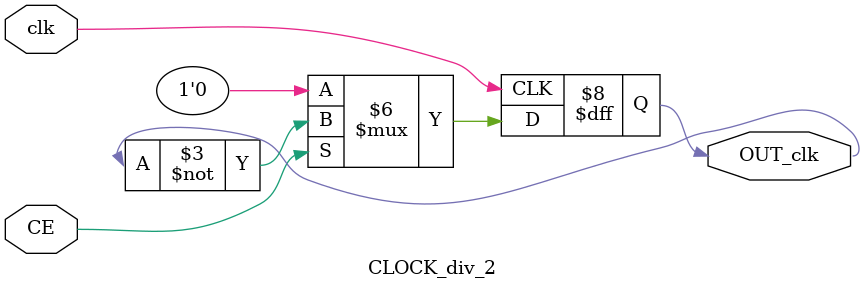
<source format=v>
`timescale 1ns / 1ps
module CLOCK_div_2(input clk,input CE,output reg OUT_clk);
initial 
	OUT_clk <= 1'b0;

always@(posedge clk)begin
if(CE == 1)
	OUT_clk <= ~OUT_clk;
else
	OUT_clk <= 1'b0;
end
endmodule

</source>
